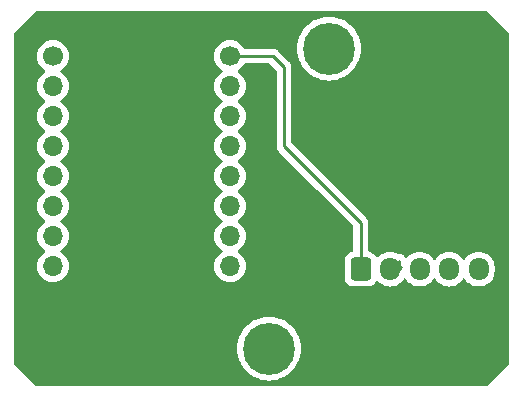
<source format=gbr>
%TF.GenerationSoftware,KiCad,Pcbnew,7.0.6-0*%
%TF.CreationDate,2023-11-30T09:39:26+00:00*%
%TF.ProjectId,TPoS Printer,54506f53-2050-4726-996e-7465722e6b69,rev?*%
%TF.SameCoordinates,Original*%
%TF.FileFunction,Copper,L1,Top*%
%TF.FilePolarity,Positive*%
%FSLAX46Y46*%
G04 Gerber Fmt 4.6, Leading zero omitted, Abs format (unit mm)*
G04 Created by KiCad (PCBNEW 7.0.6-0) date 2023-11-30 09:39:26*
%MOMM*%
%LPD*%
G01*
G04 APERTURE LIST*
G04 Aperture macros list*
%AMRoundRect*
0 Rectangle with rounded corners*
0 $1 Rounding radius*
0 $2 $3 $4 $5 $6 $7 $8 $9 X,Y pos of 4 corners*
0 Add a 4 corners polygon primitive as box body*
4,1,4,$2,$3,$4,$5,$6,$7,$8,$9,$2,$3,0*
0 Add four circle primitives for the rounded corners*
1,1,$1+$1,$2,$3*
1,1,$1+$1,$4,$5*
1,1,$1+$1,$6,$7*
1,1,$1+$1,$8,$9*
0 Add four rect primitives between the rounded corners*
20,1,$1+$1,$2,$3,$4,$5,0*
20,1,$1+$1,$4,$5,$6,$7,0*
20,1,$1+$1,$6,$7,$8,$9,0*
20,1,$1+$1,$8,$9,$2,$3,0*%
G04 Aperture macros list end*
%TA.AperFunction,ComponentPad*%
%ADD10C,4.400000*%
%TD*%
%TA.AperFunction,ComponentPad*%
%ADD11C,1.700000*%
%TD*%
%TA.AperFunction,ComponentPad*%
%ADD12O,1.700000X1.700000*%
%TD*%
%TA.AperFunction,ComponentPad*%
%ADD13RoundRect,0.250000X-0.600000X-0.725000X0.600000X-0.725000X0.600000X0.725000X-0.600000X0.725000X0*%
%TD*%
%TA.AperFunction,ComponentPad*%
%ADD14O,1.700000X1.950000*%
%TD*%
%TA.AperFunction,Conductor*%
%ADD15C,0.250000*%
%TD*%
G04 APERTURE END LIST*
D10*
%TO.P,REF\u002A\u002A,1*%
%TO.N,N/C*%
X86360000Y-74295000D03*
%TD*%
D11*
%TO.P,REF\u002A\u002A,1*%
%TO.N,N/C*%
X68072000Y-49530000D03*
D12*
%TO.P,REF\u002A\u002A,2*%
X68072000Y-52070000D03*
%TO.P,REF\u002A\u002A,3*%
X68072000Y-54610000D03*
%TO.P,REF\u002A\u002A,4*%
X68072000Y-57150000D03*
%TO.P,REF\u002A\u002A,5*%
X68072000Y-59690000D03*
%TO.P,REF\u002A\u002A,6*%
X68072000Y-62230000D03*
%TO.P,REF\u002A\u002A,7*%
X68072000Y-64770000D03*
%TO.P,REF\u002A\u002A,8*%
X68072000Y-67310000D03*
%TD*%
D10*
%TO.P,REF\u002A\u002A,1*%
%TO.N,N/C*%
X91440000Y-48895000D03*
%TD*%
D11*
%TO.P,REF\u002A\u002A,1*%
%TO.N,N/C*%
X83072000Y-49530000D03*
D12*
%TO.P,REF\u002A\u002A,2*%
X83072000Y-52070000D03*
%TO.P,REF\u002A\u002A,3*%
X83072000Y-54610000D03*
%TO.P,REF\u002A\u002A,4*%
X83072000Y-57150000D03*
%TO.P,REF\u002A\u002A,5*%
X83072000Y-59690000D03*
%TO.P,REF\u002A\u002A,6*%
X83072000Y-62230000D03*
%TO.P,REF\u002A\u002A,7*%
X83072000Y-64770000D03*
%TO.P,REF\u002A\u002A,8*%
X83072000Y-67310000D03*
%TD*%
D13*
%TO.P,JST_XH_B5B-XH-A_1x05,1*%
%TO.N,N/C*%
X94121000Y-67564000D03*
D14*
%TO.P,JST_XH_B5B-XH-A_1x05,2*%
X96621000Y-67564000D03*
%TO.P,JST_XH_B5B-XH-A_1x05,3*%
X99121000Y-67564000D03*
%TO.P,JST_XH_B5B-XH-A_1x05,4*%
X101621000Y-67564000D03*
%TO.P,JST_XH_B5B-XH-A_1x05,5*%
X104121000Y-67564000D03*
%TD*%
D15*
%TO.N,*%
X97536000Y-67404000D02*
X97376000Y-67564000D01*
X83072000Y-49530000D02*
X86677500Y-49530000D01*
X87630000Y-50482500D02*
X87630000Y-57150000D01*
X94121000Y-63641000D02*
X94121000Y-67564000D01*
X87630000Y-57150000D02*
X94121000Y-63641000D01*
X86677500Y-49530000D02*
X87630000Y-50482500D01*
X97376000Y-66896000D02*
X97376000Y-67564000D01*
%TD*%
%TA.AperFunction,NonConductor*%
G36*
X104790677Y-45739685D02*
G01*
X104811319Y-45756319D01*
X106643681Y-47588681D01*
X106677166Y-47650004D01*
X106680000Y-47676362D01*
X106680000Y-75513637D01*
X106660315Y-75580676D01*
X106643681Y-75601318D01*
X104811319Y-77433681D01*
X104749996Y-77467166D01*
X104723638Y-77470000D01*
X66726362Y-77470000D01*
X66659323Y-77450315D01*
X66638681Y-77433681D01*
X64806319Y-75601319D01*
X64772834Y-75539996D01*
X64770000Y-75513638D01*
X64770000Y-74295000D01*
X83654564Y-74295000D01*
X83674289Y-74621099D01*
X83733178Y-74942452D01*
X83830366Y-75254342D01*
X83830370Y-75254354D01*
X83830373Y-75254361D01*
X83964455Y-75552279D01*
X83994101Y-75601319D01*
X84133473Y-75831868D01*
X84334954Y-76089039D01*
X84565960Y-76320045D01*
X84823131Y-76521526D01*
X84823134Y-76521528D01*
X84823137Y-76521530D01*
X85102721Y-76690545D01*
X85400639Y-76824627D01*
X85400652Y-76824631D01*
X85400657Y-76824633D01*
X85712547Y-76921820D01*
X85712547Y-76921821D01*
X86033896Y-76980710D01*
X86360000Y-77000436D01*
X86686104Y-76980710D01*
X87007453Y-76921821D01*
X87319361Y-76824627D01*
X87617279Y-76690545D01*
X87896863Y-76521530D01*
X88154036Y-76320048D01*
X88385048Y-76089036D01*
X88586530Y-75831863D01*
X88755545Y-75552279D01*
X88889627Y-75254361D01*
X88986821Y-74942453D01*
X89045710Y-74621104D01*
X89065436Y-74295000D01*
X89045710Y-73968896D01*
X88986821Y-73647547D01*
X88889627Y-73335639D01*
X88755545Y-73037721D01*
X88586530Y-72758137D01*
X88586528Y-72758134D01*
X88586526Y-72758131D01*
X88385045Y-72500960D01*
X88154039Y-72269954D01*
X87896868Y-72068473D01*
X87889306Y-72063901D01*
X87617279Y-71899455D01*
X87319361Y-71765373D01*
X87319354Y-71765370D01*
X87319342Y-71765366D01*
X87007452Y-71668178D01*
X86686099Y-71609289D01*
X86360000Y-71589564D01*
X86033900Y-71609289D01*
X85712547Y-71668178D01*
X85400657Y-71765366D01*
X85400641Y-71765372D01*
X85400639Y-71765373D01*
X85210933Y-71850752D01*
X85102725Y-71899453D01*
X85102723Y-71899454D01*
X84823131Y-72068473D01*
X84565960Y-72269954D01*
X84334954Y-72500960D01*
X84133473Y-72758131D01*
X83964454Y-73037723D01*
X83964453Y-73037725D01*
X83830372Y-73335642D01*
X83830366Y-73335657D01*
X83733178Y-73647547D01*
X83674289Y-73968900D01*
X83654564Y-74295000D01*
X64770000Y-74295000D01*
X64770000Y-67310000D01*
X66716341Y-67310000D01*
X66736936Y-67545403D01*
X66736938Y-67545413D01*
X66798094Y-67773655D01*
X66798096Y-67773659D01*
X66798097Y-67773663D01*
X66868391Y-67924408D01*
X66897965Y-67987830D01*
X66897967Y-67987834D01*
X67006281Y-68142521D01*
X67033505Y-68181401D01*
X67200599Y-68348495D01*
X67251457Y-68384106D01*
X67394165Y-68484032D01*
X67394167Y-68484033D01*
X67394170Y-68484035D01*
X67608337Y-68583903D01*
X67836592Y-68645063D01*
X68024918Y-68661539D01*
X68071999Y-68665659D01*
X68072000Y-68665659D01*
X68072001Y-68665659D01*
X68111234Y-68662226D01*
X68307408Y-68645063D01*
X68535663Y-68583903D01*
X68749830Y-68484035D01*
X68943401Y-68348495D01*
X69110495Y-68181401D01*
X69246035Y-67987830D01*
X69345903Y-67773663D01*
X69407063Y-67545408D01*
X69427659Y-67310000D01*
X81716341Y-67310000D01*
X81736936Y-67545403D01*
X81736938Y-67545413D01*
X81798094Y-67773655D01*
X81798096Y-67773659D01*
X81798097Y-67773663D01*
X81868391Y-67924408D01*
X81897965Y-67987830D01*
X81897967Y-67987834D01*
X82006281Y-68142521D01*
X82033505Y-68181401D01*
X82200599Y-68348495D01*
X82251457Y-68384106D01*
X82394165Y-68484032D01*
X82394167Y-68484033D01*
X82394170Y-68484035D01*
X82608337Y-68583903D01*
X82836592Y-68645063D01*
X83024918Y-68661539D01*
X83071999Y-68665659D01*
X83072000Y-68665659D01*
X83072001Y-68665659D01*
X83111234Y-68662226D01*
X83307408Y-68645063D01*
X83535663Y-68583903D01*
X83749830Y-68484035D01*
X83943401Y-68348495D01*
X84110495Y-68181401D01*
X84246035Y-67987830D01*
X84345903Y-67773663D01*
X84407063Y-67545408D01*
X84427659Y-67310000D01*
X84407063Y-67074592D01*
X84345903Y-66846337D01*
X84246035Y-66632171D01*
X84200822Y-66567599D01*
X84110494Y-66438597D01*
X83943402Y-66271506D01*
X83943396Y-66271501D01*
X83757842Y-66141575D01*
X83714217Y-66086998D01*
X83707023Y-66017500D01*
X83738546Y-65955145D01*
X83757842Y-65938425D01*
X83780026Y-65922891D01*
X83943401Y-65808495D01*
X84110495Y-65641401D01*
X84246035Y-65447830D01*
X84345903Y-65233663D01*
X84407063Y-65005408D01*
X84427659Y-64770000D01*
X84407063Y-64534592D01*
X84345903Y-64306337D01*
X84246035Y-64092171D01*
X84110495Y-63898599D01*
X84110494Y-63898597D01*
X83943402Y-63731506D01*
X83943396Y-63731501D01*
X83757842Y-63601575D01*
X83714217Y-63546998D01*
X83707023Y-63477500D01*
X83738546Y-63415145D01*
X83757842Y-63398425D01*
X83845190Y-63337263D01*
X83943401Y-63268495D01*
X84110495Y-63101401D01*
X84246035Y-62907830D01*
X84345903Y-62693663D01*
X84407063Y-62465408D01*
X84427659Y-62230000D01*
X84407063Y-61994592D01*
X84345903Y-61766337D01*
X84246035Y-61552171D01*
X84110495Y-61358599D01*
X84110494Y-61358597D01*
X83943402Y-61191506D01*
X83943396Y-61191501D01*
X83757842Y-61061575D01*
X83714217Y-61006998D01*
X83707023Y-60937500D01*
X83738546Y-60875145D01*
X83757842Y-60858425D01*
X83780026Y-60842891D01*
X83943401Y-60728495D01*
X84110495Y-60561401D01*
X84246035Y-60367830D01*
X84345903Y-60153663D01*
X84407063Y-59925408D01*
X84427659Y-59690000D01*
X84407063Y-59454592D01*
X84345903Y-59226337D01*
X84246035Y-59012171D01*
X84110495Y-58818599D01*
X84110494Y-58818597D01*
X83943402Y-58651506D01*
X83943396Y-58651501D01*
X83757842Y-58521575D01*
X83714217Y-58466998D01*
X83707023Y-58397500D01*
X83738546Y-58335145D01*
X83757842Y-58318425D01*
X83780026Y-58302891D01*
X83943401Y-58188495D01*
X84110495Y-58021401D01*
X84246035Y-57827830D01*
X84345903Y-57613663D01*
X84407063Y-57385408D01*
X84427659Y-57150000D01*
X84407063Y-56914592D01*
X84345903Y-56686337D01*
X84246035Y-56472171D01*
X84110495Y-56278599D01*
X84110494Y-56278597D01*
X83943402Y-56111506D01*
X83943396Y-56111501D01*
X83757842Y-55981575D01*
X83714217Y-55926998D01*
X83707023Y-55857500D01*
X83738546Y-55795145D01*
X83757842Y-55778425D01*
X83780026Y-55762891D01*
X83943401Y-55648495D01*
X84110495Y-55481401D01*
X84246035Y-55287830D01*
X84345903Y-55073663D01*
X84407063Y-54845408D01*
X84427659Y-54610000D01*
X84407063Y-54374592D01*
X84345903Y-54146337D01*
X84246035Y-53932171D01*
X84110495Y-53738599D01*
X84110494Y-53738597D01*
X83943402Y-53571506D01*
X83943396Y-53571501D01*
X83757842Y-53441575D01*
X83714217Y-53386998D01*
X83707023Y-53317500D01*
X83738546Y-53255145D01*
X83757842Y-53238425D01*
X83780026Y-53222891D01*
X83943401Y-53108495D01*
X84110495Y-52941401D01*
X84246035Y-52747830D01*
X84345903Y-52533663D01*
X84407063Y-52305408D01*
X84427659Y-52070000D01*
X84407063Y-51834592D01*
X84345903Y-51606337D01*
X84246035Y-51392171D01*
X84110495Y-51198599D01*
X84110494Y-51198597D01*
X83943402Y-51031506D01*
X83943396Y-51031501D01*
X83757842Y-50901575D01*
X83714217Y-50846998D01*
X83707023Y-50777500D01*
X83738546Y-50715145D01*
X83757842Y-50698425D01*
X83780026Y-50682891D01*
X83943401Y-50568495D01*
X84110495Y-50401401D01*
X84245651Y-50208377D01*
X84300229Y-50164752D01*
X84347227Y-50155500D01*
X86367048Y-50155500D01*
X86434087Y-50175185D01*
X86454729Y-50191819D01*
X86968180Y-50705270D01*
X87001665Y-50766593D01*
X87004499Y-50792951D01*
X87004499Y-57067261D01*
X87002776Y-57082878D01*
X87003060Y-57082905D01*
X87002326Y-57090664D01*
X87004500Y-57159814D01*
X87004500Y-57189343D01*
X87004501Y-57189360D01*
X87005368Y-57196231D01*
X87005826Y-57202050D01*
X87007290Y-57248624D01*
X87007291Y-57248627D01*
X87012880Y-57267867D01*
X87016824Y-57286911D01*
X87019336Y-57306791D01*
X87036490Y-57350119D01*
X87038382Y-57355647D01*
X87051381Y-57400388D01*
X87061580Y-57417634D01*
X87070138Y-57435103D01*
X87077514Y-57453732D01*
X87104898Y-57491423D01*
X87108106Y-57496307D01*
X87131827Y-57536416D01*
X87131833Y-57536424D01*
X87145990Y-57550580D01*
X87158628Y-57565376D01*
X87170405Y-57581586D01*
X87170406Y-57581587D01*
X87206309Y-57611288D01*
X87210620Y-57615210D01*
X90453835Y-60858425D01*
X93459181Y-63863771D01*
X93492666Y-63925094D01*
X93495500Y-63951452D01*
X93495499Y-65974018D01*
X93475814Y-66041058D01*
X93423010Y-66086812D01*
X93384106Y-66097375D01*
X93368209Y-66098999D01*
X93368200Y-66099001D01*
X93201668Y-66154185D01*
X93201663Y-66154187D01*
X93052342Y-66246289D01*
X92928289Y-66370342D01*
X92836187Y-66519663D01*
X92836185Y-66519668D01*
X92817450Y-66576206D01*
X92781001Y-66686203D01*
X92781001Y-66686204D01*
X92781000Y-66686204D01*
X92770500Y-66788983D01*
X92770500Y-68339001D01*
X92770501Y-68339018D01*
X92781000Y-68441796D01*
X92781001Y-68441799D01*
X92826894Y-68580294D01*
X92836186Y-68608334D01*
X92928288Y-68757656D01*
X93052344Y-68881712D01*
X93201666Y-68973814D01*
X93368203Y-69028999D01*
X93470991Y-69039500D01*
X94771008Y-69039499D01*
X94873797Y-69028999D01*
X95040334Y-68973814D01*
X95189656Y-68881712D01*
X95313712Y-68757656D01*
X95405814Y-68608334D01*
X95405814Y-68608331D01*
X95409178Y-68602879D01*
X95461126Y-68556154D01*
X95530088Y-68544931D01*
X95594170Y-68572774D01*
X95602398Y-68580294D01*
X95749599Y-68727495D01*
X95792675Y-68757657D01*
X95943165Y-68863032D01*
X95943167Y-68863033D01*
X95943170Y-68863035D01*
X96157337Y-68962903D01*
X96385592Y-69024063D01*
X96562034Y-69039500D01*
X96620999Y-69044659D01*
X96621000Y-69044659D01*
X96621001Y-69044659D01*
X96679966Y-69039500D01*
X96856408Y-69024063D01*
X97084663Y-68962903D01*
X97298829Y-68863035D01*
X97492401Y-68727495D01*
X97659495Y-68560401D01*
X97769426Y-68403401D01*
X97824001Y-68359778D01*
X97893500Y-68352584D01*
X97955855Y-68384106D01*
X97972571Y-68403398D01*
X98029033Y-68484035D01*
X98082506Y-68560403D01*
X98167165Y-68645061D01*
X98249599Y-68727495D01*
X98292675Y-68757657D01*
X98443165Y-68863032D01*
X98443167Y-68863033D01*
X98443170Y-68863035D01*
X98657337Y-68962903D01*
X98885592Y-69024063D01*
X99062034Y-69039500D01*
X99120999Y-69044659D01*
X99121000Y-69044659D01*
X99121001Y-69044659D01*
X99179966Y-69039500D01*
X99356408Y-69024063D01*
X99584663Y-68962903D01*
X99798829Y-68863035D01*
X99992401Y-68727495D01*
X100159495Y-68560401D01*
X100269426Y-68403401D01*
X100324001Y-68359778D01*
X100393500Y-68352584D01*
X100455855Y-68384106D01*
X100472571Y-68403398D01*
X100529033Y-68484035D01*
X100582506Y-68560403D01*
X100667165Y-68645061D01*
X100749599Y-68727495D01*
X100792675Y-68757657D01*
X100943165Y-68863032D01*
X100943167Y-68863033D01*
X100943170Y-68863035D01*
X101157337Y-68962903D01*
X101385592Y-69024063D01*
X101562034Y-69039500D01*
X101620999Y-69044659D01*
X101621000Y-69044659D01*
X101621001Y-69044659D01*
X101679966Y-69039500D01*
X101856408Y-69024063D01*
X102084663Y-68962903D01*
X102298829Y-68863035D01*
X102492401Y-68727495D01*
X102659495Y-68560401D01*
X102769426Y-68403401D01*
X102824001Y-68359778D01*
X102893500Y-68352584D01*
X102955855Y-68384106D01*
X102972571Y-68403398D01*
X103029033Y-68484035D01*
X103082506Y-68560403D01*
X103167165Y-68645061D01*
X103249599Y-68727495D01*
X103292675Y-68757657D01*
X103443165Y-68863032D01*
X103443167Y-68863033D01*
X103443170Y-68863035D01*
X103657337Y-68962903D01*
X103885592Y-69024063D01*
X104062034Y-69039500D01*
X104120999Y-69044659D01*
X104121000Y-69044659D01*
X104121001Y-69044659D01*
X104179966Y-69039500D01*
X104356408Y-69024063D01*
X104584663Y-68962903D01*
X104798829Y-68863035D01*
X104992401Y-68727495D01*
X105159495Y-68560401D01*
X105295035Y-68366829D01*
X105394903Y-68152663D01*
X105456063Y-67924408D01*
X105471500Y-67747966D01*
X105471500Y-67380034D01*
X105456063Y-67203592D01*
X105394903Y-66975337D01*
X105295035Y-66761171D01*
X105282936Y-66743891D01*
X105159494Y-66567597D01*
X104992402Y-66400506D01*
X104992395Y-66400501D01*
X104798834Y-66264967D01*
X104798830Y-66264965D01*
X104758777Y-66246288D01*
X104584663Y-66165097D01*
X104584659Y-66165096D01*
X104584655Y-66165094D01*
X104356413Y-66103938D01*
X104356403Y-66103936D01*
X104121001Y-66083341D01*
X104120999Y-66083341D01*
X103885596Y-66103936D01*
X103885586Y-66103938D01*
X103657344Y-66165094D01*
X103657335Y-66165098D01*
X103443171Y-66264964D01*
X103443169Y-66264965D01*
X103249597Y-66400505D01*
X103082505Y-66567597D01*
X102972575Y-66724595D01*
X102917998Y-66768220D01*
X102848500Y-66775414D01*
X102786145Y-66743891D01*
X102769425Y-66724595D01*
X102659494Y-66567597D01*
X102492402Y-66400506D01*
X102492395Y-66400501D01*
X102298834Y-66264967D01*
X102298830Y-66264965D01*
X102258777Y-66246288D01*
X102084663Y-66165097D01*
X102084659Y-66165096D01*
X102084655Y-66165094D01*
X101856413Y-66103938D01*
X101856403Y-66103936D01*
X101621001Y-66083341D01*
X101620999Y-66083341D01*
X101385596Y-66103936D01*
X101385586Y-66103938D01*
X101157344Y-66165094D01*
X101157335Y-66165098D01*
X100943171Y-66264964D01*
X100943169Y-66264965D01*
X100749597Y-66400505D01*
X100582505Y-66567597D01*
X100472575Y-66724595D01*
X100417998Y-66768220D01*
X100348500Y-66775414D01*
X100286145Y-66743891D01*
X100269425Y-66724595D01*
X100159494Y-66567597D01*
X99992402Y-66400506D01*
X99992395Y-66400501D01*
X99798834Y-66264967D01*
X99798830Y-66264965D01*
X99758777Y-66246288D01*
X99584663Y-66165097D01*
X99584659Y-66165096D01*
X99584655Y-66165094D01*
X99356413Y-66103938D01*
X99356403Y-66103936D01*
X99121001Y-66083341D01*
X99120999Y-66083341D01*
X98885596Y-66103936D01*
X98885586Y-66103938D01*
X98657344Y-66165094D01*
X98657335Y-66165098D01*
X98443171Y-66264964D01*
X98443169Y-66264965D01*
X98249597Y-66400505D01*
X98085579Y-66564524D01*
X98024256Y-66598009D01*
X97954564Y-66593025D01*
X97898631Y-66551153D01*
X97897580Y-66549728D01*
X97835597Y-66464416D01*
X97835596Y-66464415D01*
X97804387Y-66438597D01*
X97758337Y-66400501D01*
X97713821Y-66363674D01*
X97570828Y-66296387D01*
X97570825Y-66296385D01*
X97415583Y-66266772D01*
X97347668Y-66271045D01*
X97287479Y-66259672D01*
X97258777Y-66246288D01*
X97084663Y-66165097D01*
X97084659Y-66165096D01*
X97084655Y-66165094D01*
X96856413Y-66103938D01*
X96856403Y-66103936D01*
X96621001Y-66083341D01*
X96620999Y-66083341D01*
X96385596Y-66103936D01*
X96385586Y-66103938D01*
X96157344Y-66165094D01*
X96157335Y-66165098D01*
X95943171Y-66264964D01*
X95943169Y-66264965D01*
X95749597Y-66400505D01*
X95602398Y-66547705D01*
X95541075Y-66581190D01*
X95471383Y-66576206D01*
X95415450Y-66534334D01*
X95409178Y-66525120D01*
X95313712Y-66370344D01*
X95189657Y-66246289D01*
X95189656Y-66246288D01*
X95096888Y-66189069D01*
X95040336Y-66154187D01*
X95040331Y-66154185D01*
X95038862Y-66153698D01*
X94873797Y-66099001D01*
X94869965Y-66098609D01*
X94857894Y-66097376D01*
X94793203Y-66070978D01*
X94753053Y-66013796D01*
X94746500Y-65974018D01*
X94746500Y-63723737D01*
X94748224Y-63708123D01*
X94747938Y-63708096D01*
X94748672Y-63700333D01*
X94746500Y-63631203D01*
X94746500Y-63601651D01*
X94746500Y-63601650D01*
X94745629Y-63594759D01*
X94745172Y-63588945D01*
X94743709Y-63542372D01*
X94738122Y-63523144D01*
X94734174Y-63504084D01*
X94733658Y-63500000D01*
X94731664Y-63484208D01*
X94714507Y-63440875D01*
X94712619Y-63435359D01*
X94699619Y-63390612D01*
X94689418Y-63373363D01*
X94680860Y-63355894D01*
X94673486Y-63337268D01*
X94673483Y-63337264D01*
X94673483Y-63337263D01*
X94646098Y-63299571D01*
X94642890Y-63294687D01*
X94619172Y-63254582D01*
X94619163Y-63254571D01*
X94605005Y-63240413D01*
X94592370Y-63225620D01*
X94580593Y-63209412D01*
X94544693Y-63179713D01*
X94540381Y-63175790D01*
X89869446Y-58504855D01*
X88291819Y-56927227D01*
X88258334Y-56865904D01*
X88255500Y-56839546D01*
X88255500Y-50565237D01*
X88257224Y-50549623D01*
X88256938Y-50549596D01*
X88257672Y-50541833D01*
X88255500Y-50472702D01*
X88255500Y-50443151D01*
X88255500Y-50443150D01*
X88254629Y-50436259D01*
X88254172Y-50430445D01*
X88253259Y-50401396D01*
X88252709Y-50383872D01*
X88247120Y-50364637D01*
X88243174Y-50345584D01*
X88240664Y-50325708D01*
X88223501Y-50282359D01*
X88221614Y-50276846D01*
X88208617Y-50232110D01*
X88208616Y-50232108D01*
X88198421Y-50214869D01*
X88189860Y-50197393D01*
X88182486Y-50178769D01*
X88182486Y-50178767D01*
X88172303Y-50164752D01*
X88155083Y-50141050D01*
X88151900Y-50136205D01*
X88128170Y-50096079D01*
X88128165Y-50096073D01*
X88114005Y-50081913D01*
X88101370Y-50067120D01*
X88089593Y-50050912D01*
X88053693Y-50021213D01*
X88049381Y-50017290D01*
X87178303Y-49146212D01*
X87168480Y-49133950D01*
X87168259Y-49134134D01*
X87163286Y-49128123D01*
X87163285Y-49128122D01*
X87112864Y-49080773D01*
X87098426Y-49066335D01*
X87091975Y-49059883D01*
X87086486Y-49055625D01*
X87082061Y-49051847D01*
X87048082Y-49019938D01*
X87048080Y-49019936D01*
X87048077Y-49019935D01*
X87030529Y-49010288D01*
X87014263Y-48999604D01*
X86998433Y-48987325D01*
X86955668Y-48968818D01*
X86950422Y-48966248D01*
X86909593Y-48943803D01*
X86909592Y-48943802D01*
X86890193Y-48938822D01*
X86871781Y-48932518D01*
X86853398Y-48924562D01*
X86853392Y-48924560D01*
X86807374Y-48917272D01*
X86801652Y-48916087D01*
X86756521Y-48904500D01*
X86756519Y-48904500D01*
X86736484Y-48904500D01*
X86717086Y-48902973D01*
X86709662Y-48901797D01*
X86697305Y-48899840D01*
X86697304Y-48899840D01*
X86650916Y-48904225D01*
X86645078Y-48904500D01*
X84347227Y-48904500D01*
X84314874Y-48895000D01*
X88734564Y-48895000D01*
X88754289Y-49221099D01*
X88813178Y-49542452D01*
X88910366Y-49854342D01*
X88910370Y-49854354D01*
X88910373Y-49854361D01*
X89044455Y-50152279D01*
X89167165Y-50355265D01*
X89213473Y-50431868D01*
X89414954Y-50689039D01*
X89645960Y-50920045D01*
X89903131Y-51121526D01*
X89903134Y-51121528D01*
X89903137Y-51121530D01*
X90182721Y-51290545D01*
X90480639Y-51424627D01*
X90480652Y-51424631D01*
X90480657Y-51424633D01*
X90792547Y-51521821D01*
X91113896Y-51580710D01*
X91440000Y-51600436D01*
X91766104Y-51580710D01*
X92087453Y-51521821D01*
X92399361Y-51424627D01*
X92697279Y-51290545D01*
X92976863Y-51121530D01*
X93234036Y-50920048D01*
X93465048Y-50689036D01*
X93666530Y-50431863D01*
X93835545Y-50152279D01*
X93969627Y-49854361D01*
X94066821Y-49542453D01*
X94125710Y-49221104D01*
X94145436Y-48895000D01*
X94125710Y-48568896D01*
X94066821Y-48247547D01*
X94066821Y-48247546D01*
X93969633Y-47935657D01*
X93969631Y-47935652D01*
X93969627Y-47935639D01*
X93835545Y-47637721D01*
X93666530Y-47358137D01*
X93666528Y-47358134D01*
X93666526Y-47358131D01*
X93465045Y-47100960D01*
X93234039Y-46869954D01*
X92976868Y-46668473D01*
X92948396Y-46651261D01*
X92697279Y-46499455D01*
X92399361Y-46365373D01*
X92399354Y-46365370D01*
X92399342Y-46365366D01*
X92087452Y-46268178D01*
X91766099Y-46209289D01*
X91466021Y-46191138D01*
X91440000Y-46189564D01*
X91439999Y-46189564D01*
X91113900Y-46209289D01*
X90792547Y-46268178D01*
X90480657Y-46365366D01*
X90480641Y-46365372D01*
X90480639Y-46365373D01*
X90290933Y-46450752D01*
X90182725Y-46499453D01*
X90182723Y-46499454D01*
X89903131Y-46668473D01*
X89645960Y-46869954D01*
X89414954Y-47100960D01*
X89213473Y-47358131D01*
X89044454Y-47637723D01*
X89044453Y-47637725D01*
X88910372Y-47935642D01*
X88910366Y-47935657D01*
X88813178Y-48247547D01*
X88754289Y-48568900D01*
X88734564Y-48895000D01*
X84314874Y-48895000D01*
X84280188Y-48884815D01*
X84245652Y-48851623D01*
X84110494Y-48658597D01*
X83943402Y-48491506D01*
X83943395Y-48491501D01*
X83749834Y-48355967D01*
X83749830Y-48355965D01*
X83749829Y-48355964D01*
X83535663Y-48256097D01*
X83535659Y-48256096D01*
X83535655Y-48256094D01*
X83307413Y-48194938D01*
X83307403Y-48194936D01*
X83072001Y-48174341D01*
X83071999Y-48174341D01*
X82836596Y-48194936D01*
X82836586Y-48194938D01*
X82608344Y-48256094D01*
X82608335Y-48256098D01*
X82394171Y-48355964D01*
X82394169Y-48355965D01*
X82200597Y-48491505D01*
X82033505Y-48658597D01*
X81897965Y-48852169D01*
X81897964Y-48852171D01*
X81798098Y-49066335D01*
X81798094Y-49066344D01*
X81736938Y-49294586D01*
X81736936Y-49294596D01*
X81716341Y-49529999D01*
X81716341Y-49530000D01*
X81736936Y-49765403D01*
X81736938Y-49765413D01*
X81798094Y-49993655D01*
X81798096Y-49993659D01*
X81798097Y-49993663D01*
X81839249Y-50081913D01*
X81897965Y-50207830D01*
X81897967Y-50207834D01*
X81950163Y-50282377D01*
X82033501Y-50401396D01*
X82033506Y-50401402D01*
X82200597Y-50568493D01*
X82200603Y-50568498D01*
X82386158Y-50698425D01*
X82429783Y-50753002D01*
X82436977Y-50822500D01*
X82405454Y-50884855D01*
X82386158Y-50901575D01*
X82200597Y-51031505D01*
X82033505Y-51198597D01*
X81897965Y-51392169D01*
X81897964Y-51392171D01*
X81798098Y-51606335D01*
X81798094Y-51606344D01*
X81736938Y-51834586D01*
X81736936Y-51834596D01*
X81716341Y-52069999D01*
X81716341Y-52070000D01*
X81736936Y-52305403D01*
X81736938Y-52305413D01*
X81798094Y-52533655D01*
X81798096Y-52533659D01*
X81798097Y-52533663D01*
X81897965Y-52747829D01*
X81897965Y-52747830D01*
X81897967Y-52747834D01*
X82033501Y-52941395D01*
X82033506Y-52941402D01*
X82200597Y-53108493D01*
X82200603Y-53108498D01*
X82386158Y-53238425D01*
X82429783Y-53293002D01*
X82436977Y-53362500D01*
X82405454Y-53424855D01*
X82386158Y-53441575D01*
X82200597Y-53571505D01*
X82033505Y-53738597D01*
X81897965Y-53932169D01*
X81897964Y-53932171D01*
X81798098Y-54146335D01*
X81798094Y-54146344D01*
X81736938Y-54374586D01*
X81736936Y-54374596D01*
X81716341Y-54609999D01*
X81716341Y-54610000D01*
X81736936Y-54845403D01*
X81736938Y-54845413D01*
X81798094Y-55073655D01*
X81798096Y-55073659D01*
X81798097Y-55073663D01*
X81897965Y-55287829D01*
X81897965Y-55287830D01*
X81897967Y-55287834D01*
X82033501Y-55481395D01*
X82033506Y-55481402D01*
X82200597Y-55648493D01*
X82200603Y-55648498D01*
X82386158Y-55778425D01*
X82429783Y-55833002D01*
X82436977Y-55902500D01*
X82405454Y-55964855D01*
X82386158Y-55981575D01*
X82200597Y-56111505D01*
X82033505Y-56278597D01*
X81897965Y-56472169D01*
X81897964Y-56472171D01*
X81798098Y-56686335D01*
X81798094Y-56686344D01*
X81736938Y-56914586D01*
X81736936Y-56914596D01*
X81716341Y-57149999D01*
X81716341Y-57150000D01*
X81736936Y-57385403D01*
X81736938Y-57385413D01*
X81798094Y-57613655D01*
X81798096Y-57613659D01*
X81798097Y-57613663D01*
X81798824Y-57615221D01*
X81897965Y-57827830D01*
X81897967Y-57827834D01*
X82033501Y-58021395D01*
X82033506Y-58021402D01*
X82200597Y-58188493D01*
X82200603Y-58188498D01*
X82386158Y-58318425D01*
X82429783Y-58373002D01*
X82436977Y-58442500D01*
X82405454Y-58504855D01*
X82386158Y-58521575D01*
X82200597Y-58651505D01*
X82033505Y-58818597D01*
X81897965Y-59012169D01*
X81897964Y-59012171D01*
X81798098Y-59226335D01*
X81798094Y-59226344D01*
X81736938Y-59454586D01*
X81736936Y-59454596D01*
X81716341Y-59689999D01*
X81716341Y-59690000D01*
X81736936Y-59925403D01*
X81736938Y-59925413D01*
X81798094Y-60153655D01*
X81798096Y-60153659D01*
X81798097Y-60153663D01*
X81897965Y-60367830D01*
X81897967Y-60367834D01*
X82033501Y-60561395D01*
X82033506Y-60561402D01*
X82200597Y-60728493D01*
X82200603Y-60728498D01*
X82386158Y-60858425D01*
X82429783Y-60913002D01*
X82436977Y-60982500D01*
X82405454Y-61044855D01*
X82386158Y-61061575D01*
X82200597Y-61191505D01*
X82033505Y-61358597D01*
X81897965Y-61552169D01*
X81897964Y-61552171D01*
X81798098Y-61766335D01*
X81798094Y-61766344D01*
X81736938Y-61994586D01*
X81736936Y-61994596D01*
X81716341Y-62229999D01*
X81716341Y-62230000D01*
X81736936Y-62465403D01*
X81736938Y-62465413D01*
X81798094Y-62693655D01*
X81798096Y-62693659D01*
X81798097Y-62693663D01*
X81897965Y-62907829D01*
X81897965Y-62907830D01*
X81897967Y-62907834D01*
X82033501Y-63101395D01*
X82033506Y-63101402D01*
X82200597Y-63268493D01*
X82200603Y-63268498D01*
X82386158Y-63398425D01*
X82429783Y-63453002D01*
X82436977Y-63522500D01*
X82405454Y-63584855D01*
X82386158Y-63601575D01*
X82200597Y-63731505D01*
X82033505Y-63898597D01*
X81897965Y-64092169D01*
X81897964Y-64092171D01*
X81798098Y-64306335D01*
X81798094Y-64306344D01*
X81736938Y-64534586D01*
X81736936Y-64534596D01*
X81716341Y-64769999D01*
X81716341Y-64770000D01*
X81736936Y-65005403D01*
X81736938Y-65005413D01*
X81798094Y-65233655D01*
X81798096Y-65233659D01*
X81798097Y-65233663D01*
X81897965Y-65447830D01*
X81897967Y-65447834D01*
X82033501Y-65641395D01*
X82033506Y-65641402D01*
X82200597Y-65808493D01*
X82200603Y-65808498D01*
X82386158Y-65938425D01*
X82429783Y-65993002D01*
X82436977Y-66062500D01*
X82405454Y-66124855D01*
X82386158Y-66141575D01*
X82200597Y-66271505D01*
X82033505Y-66438597D01*
X81897965Y-66632169D01*
X81897964Y-66632171D01*
X81798098Y-66846335D01*
X81798094Y-66846344D01*
X81736938Y-67074586D01*
X81736936Y-67074596D01*
X81716341Y-67309999D01*
X81716341Y-67310000D01*
X69427659Y-67310000D01*
X69407063Y-67074592D01*
X69345903Y-66846337D01*
X69246035Y-66632171D01*
X69200822Y-66567599D01*
X69110494Y-66438597D01*
X68943402Y-66271506D01*
X68943396Y-66271501D01*
X68757842Y-66141575D01*
X68714217Y-66086998D01*
X68707023Y-66017500D01*
X68738546Y-65955145D01*
X68757842Y-65938425D01*
X68780026Y-65922891D01*
X68943401Y-65808495D01*
X69110495Y-65641401D01*
X69246035Y-65447830D01*
X69345903Y-65233663D01*
X69407063Y-65005408D01*
X69427659Y-64770000D01*
X69407063Y-64534592D01*
X69345903Y-64306337D01*
X69246035Y-64092171D01*
X69110495Y-63898599D01*
X69110494Y-63898597D01*
X68943402Y-63731506D01*
X68943396Y-63731501D01*
X68757842Y-63601575D01*
X68714217Y-63546998D01*
X68707023Y-63477500D01*
X68738546Y-63415145D01*
X68757842Y-63398425D01*
X68845190Y-63337263D01*
X68943401Y-63268495D01*
X69110495Y-63101401D01*
X69246035Y-62907830D01*
X69345903Y-62693663D01*
X69407063Y-62465408D01*
X69427659Y-62230000D01*
X69407063Y-61994592D01*
X69345903Y-61766337D01*
X69246035Y-61552171D01*
X69110495Y-61358599D01*
X69110494Y-61358597D01*
X68943402Y-61191506D01*
X68943396Y-61191501D01*
X68757842Y-61061575D01*
X68714217Y-61006998D01*
X68707023Y-60937500D01*
X68738546Y-60875145D01*
X68757842Y-60858425D01*
X68780026Y-60842891D01*
X68943401Y-60728495D01*
X69110495Y-60561401D01*
X69246035Y-60367830D01*
X69345903Y-60153663D01*
X69407063Y-59925408D01*
X69427659Y-59690000D01*
X69407063Y-59454592D01*
X69345903Y-59226337D01*
X69246035Y-59012171D01*
X69110495Y-58818599D01*
X69110494Y-58818597D01*
X68943402Y-58651506D01*
X68943396Y-58651501D01*
X68757842Y-58521575D01*
X68714217Y-58466998D01*
X68707023Y-58397500D01*
X68738546Y-58335145D01*
X68757842Y-58318425D01*
X68780026Y-58302891D01*
X68943401Y-58188495D01*
X69110495Y-58021401D01*
X69246035Y-57827830D01*
X69345903Y-57613663D01*
X69407063Y-57385408D01*
X69427659Y-57150000D01*
X69407063Y-56914592D01*
X69345903Y-56686337D01*
X69246035Y-56472171D01*
X69110495Y-56278599D01*
X69110494Y-56278597D01*
X68943402Y-56111506D01*
X68943396Y-56111501D01*
X68757842Y-55981575D01*
X68714217Y-55926998D01*
X68707023Y-55857500D01*
X68738546Y-55795145D01*
X68757842Y-55778425D01*
X68780026Y-55762891D01*
X68943401Y-55648495D01*
X69110495Y-55481401D01*
X69246035Y-55287830D01*
X69345903Y-55073663D01*
X69407063Y-54845408D01*
X69427659Y-54610000D01*
X69407063Y-54374592D01*
X69345903Y-54146337D01*
X69246035Y-53932171D01*
X69110495Y-53738599D01*
X69110494Y-53738597D01*
X68943402Y-53571506D01*
X68943396Y-53571501D01*
X68757842Y-53441575D01*
X68714217Y-53386998D01*
X68707023Y-53317500D01*
X68738546Y-53255145D01*
X68757842Y-53238425D01*
X68780026Y-53222891D01*
X68943401Y-53108495D01*
X69110495Y-52941401D01*
X69246035Y-52747830D01*
X69345903Y-52533663D01*
X69407063Y-52305408D01*
X69427659Y-52070000D01*
X69407063Y-51834592D01*
X69345903Y-51606337D01*
X69246035Y-51392171D01*
X69110495Y-51198599D01*
X69110494Y-51198597D01*
X68943402Y-51031506D01*
X68943396Y-51031501D01*
X68757842Y-50901575D01*
X68714217Y-50846998D01*
X68707023Y-50777500D01*
X68738546Y-50715145D01*
X68757842Y-50698425D01*
X68780026Y-50682891D01*
X68943401Y-50568495D01*
X69110495Y-50401401D01*
X69246035Y-50207830D01*
X69345903Y-49993663D01*
X69407063Y-49765408D01*
X69427659Y-49530000D01*
X69407063Y-49294592D01*
X69345903Y-49066337D01*
X69246035Y-48852171D01*
X69245652Y-48851623D01*
X69110494Y-48658597D01*
X68943402Y-48491506D01*
X68943395Y-48491501D01*
X68749834Y-48355967D01*
X68749830Y-48355965D01*
X68749830Y-48355964D01*
X68535663Y-48256097D01*
X68535659Y-48256096D01*
X68535655Y-48256094D01*
X68307413Y-48194938D01*
X68307403Y-48194936D01*
X68072001Y-48174341D01*
X68071999Y-48174341D01*
X67836596Y-48194936D01*
X67836586Y-48194938D01*
X67608344Y-48256094D01*
X67608335Y-48256098D01*
X67394171Y-48355964D01*
X67394169Y-48355965D01*
X67200597Y-48491505D01*
X67033505Y-48658597D01*
X66897965Y-48852169D01*
X66897964Y-48852171D01*
X66798098Y-49066335D01*
X66798094Y-49066344D01*
X66736938Y-49294586D01*
X66736936Y-49294596D01*
X66716341Y-49529999D01*
X66716341Y-49530000D01*
X66736936Y-49765403D01*
X66736938Y-49765413D01*
X66798094Y-49993655D01*
X66798096Y-49993659D01*
X66798097Y-49993663D01*
X66839249Y-50081913D01*
X66897965Y-50207830D01*
X66897967Y-50207834D01*
X66950163Y-50282377D01*
X67033501Y-50401396D01*
X67033506Y-50401402D01*
X67200597Y-50568493D01*
X67200603Y-50568498D01*
X67386158Y-50698425D01*
X67429783Y-50753002D01*
X67436977Y-50822500D01*
X67405454Y-50884855D01*
X67386158Y-50901575D01*
X67200597Y-51031505D01*
X67033505Y-51198597D01*
X66897965Y-51392169D01*
X66897964Y-51392171D01*
X66798098Y-51606335D01*
X66798094Y-51606344D01*
X66736938Y-51834586D01*
X66736936Y-51834596D01*
X66716341Y-52069999D01*
X66716341Y-52070000D01*
X66736936Y-52305403D01*
X66736938Y-52305413D01*
X66798094Y-52533655D01*
X66798096Y-52533659D01*
X66798097Y-52533663D01*
X66897965Y-52747829D01*
X66897965Y-52747830D01*
X66897967Y-52747834D01*
X67033501Y-52941395D01*
X67033506Y-52941402D01*
X67200597Y-53108493D01*
X67200603Y-53108498D01*
X67386158Y-53238425D01*
X67429783Y-53293002D01*
X67436977Y-53362500D01*
X67405454Y-53424855D01*
X67386158Y-53441575D01*
X67200597Y-53571505D01*
X67033505Y-53738597D01*
X66897965Y-53932169D01*
X66897964Y-53932171D01*
X66798098Y-54146335D01*
X66798094Y-54146344D01*
X66736938Y-54374586D01*
X66736936Y-54374596D01*
X66716341Y-54609999D01*
X66716341Y-54610000D01*
X66736936Y-54845403D01*
X66736938Y-54845413D01*
X66798094Y-55073655D01*
X66798096Y-55073659D01*
X66798097Y-55073663D01*
X66897965Y-55287829D01*
X66897965Y-55287830D01*
X66897967Y-55287834D01*
X67033501Y-55481395D01*
X67033506Y-55481402D01*
X67200597Y-55648493D01*
X67200603Y-55648498D01*
X67386158Y-55778425D01*
X67429783Y-55833002D01*
X67436977Y-55902500D01*
X67405454Y-55964855D01*
X67386158Y-55981575D01*
X67200597Y-56111505D01*
X67033505Y-56278597D01*
X66897965Y-56472169D01*
X66897964Y-56472171D01*
X66798098Y-56686335D01*
X66798094Y-56686344D01*
X66736938Y-56914586D01*
X66736936Y-56914596D01*
X66716341Y-57149999D01*
X66716341Y-57150000D01*
X66736936Y-57385403D01*
X66736938Y-57385413D01*
X66798094Y-57613655D01*
X66798096Y-57613659D01*
X66798097Y-57613663D01*
X66798824Y-57615221D01*
X66897965Y-57827830D01*
X66897967Y-57827834D01*
X67033501Y-58021395D01*
X67033506Y-58021402D01*
X67200597Y-58188493D01*
X67200603Y-58188498D01*
X67386158Y-58318425D01*
X67429783Y-58373002D01*
X67436977Y-58442500D01*
X67405454Y-58504855D01*
X67386158Y-58521575D01*
X67200597Y-58651505D01*
X67033505Y-58818597D01*
X66897965Y-59012169D01*
X66897964Y-59012171D01*
X66798098Y-59226335D01*
X66798094Y-59226344D01*
X66736938Y-59454586D01*
X66736936Y-59454596D01*
X66716341Y-59689999D01*
X66716341Y-59690000D01*
X66736936Y-59925403D01*
X66736938Y-59925413D01*
X66798094Y-60153655D01*
X66798096Y-60153659D01*
X66798097Y-60153663D01*
X66897965Y-60367829D01*
X66897965Y-60367830D01*
X66897967Y-60367834D01*
X67033501Y-60561395D01*
X67033506Y-60561402D01*
X67200597Y-60728493D01*
X67200603Y-60728498D01*
X67386158Y-60858425D01*
X67429783Y-60913002D01*
X67436977Y-60982500D01*
X67405454Y-61044855D01*
X67386158Y-61061575D01*
X67200597Y-61191505D01*
X67033505Y-61358597D01*
X66897965Y-61552169D01*
X66897964Y-61552171D01*
X66798098Y-61766335D01*
X66798094Y-61766344D01*
X66736938Y-61994586D01*
X66736936Y-61994596D01*
X66716341Y-62229999D01*
X66716341Y-62230000D01*
X66736936Y-62465403D01*
X66736938Y-62465413D01*
X66798094Y-62693655D01*
X66798096Y-62693659D01*
X66798097Y-62693663D01*
X66897965Y-62907829D01*
X66897965Y-62907830D01*
X66897967Y-62907834D01*
X67033501Y-63101395D01*
X67033506Y-63101402D01*
X67200597Y-63268493D01*
X67200603Y-63268498D01*
X67386158Y-63398425D01*
X67429783Y-63453002D01*
X67436977Y-63522500D01*
X67405454Y-63584855D01*
X67386158Y-63601575D01*
X67200597Y-63731505D01*
X67033505Y-63898597D01*
X66897965Y-64092169D01*
X66897964Y-64092171D01*
X66798098Y-64306335D01*
X66798094Y-64306344D01*
X66736938Y-64534586D01*
X66736936Y-64534596D01*
X66716341Y-64769999D01*
X66716341Y-64770000D01*
X66736936Y-65005403D01*
X66736938Y-65005413D01*
X66798094Y-65233655D01*
X66798096Y-65233659D01*
X66798097Y-65233663D01*
X66897965Y-65447829D01*
X66897965Y-65447830D01*
X66897967Y-65447834D01*
X67033501Y-65641395D01*
X67033506Y-65641402D01*
X67200597Y-65808493D01*
X67200603Y-65808498D01*
X67386158Y-65938425D01*
X67429783Y-65993002D01*
X67436977Y-66062500D01*
X67405454Y-66124855D01*
X67386158Y-66141575D01*
X67200597Y-66271505D01*
X67033505Y-66438597D01*
X66897965Y-66632169D01*
X66897964Y-66632171D01*
X66798098Y-66846335D01*
X66798094Y-66846344D01*
X66736938Y-67074586D01*
X66736936Y-67074596D01*
X66716341Y-67309999D01*
X66716341Y-67310000D01*
X64770000Y-67310000D01*
X64770000Y-47676362D01*
X64789685Y-47609323D01*
X64806319Y-47588681D01*
X66638681Y-45756319D01*
X66700004Y-45722834D01*
X66726362Y-45720000D01*
X104723638Y-45720000D01*
X104790677Y-45739685D01*
G37*
%TD.AperFunction*%
M02*

</source>
